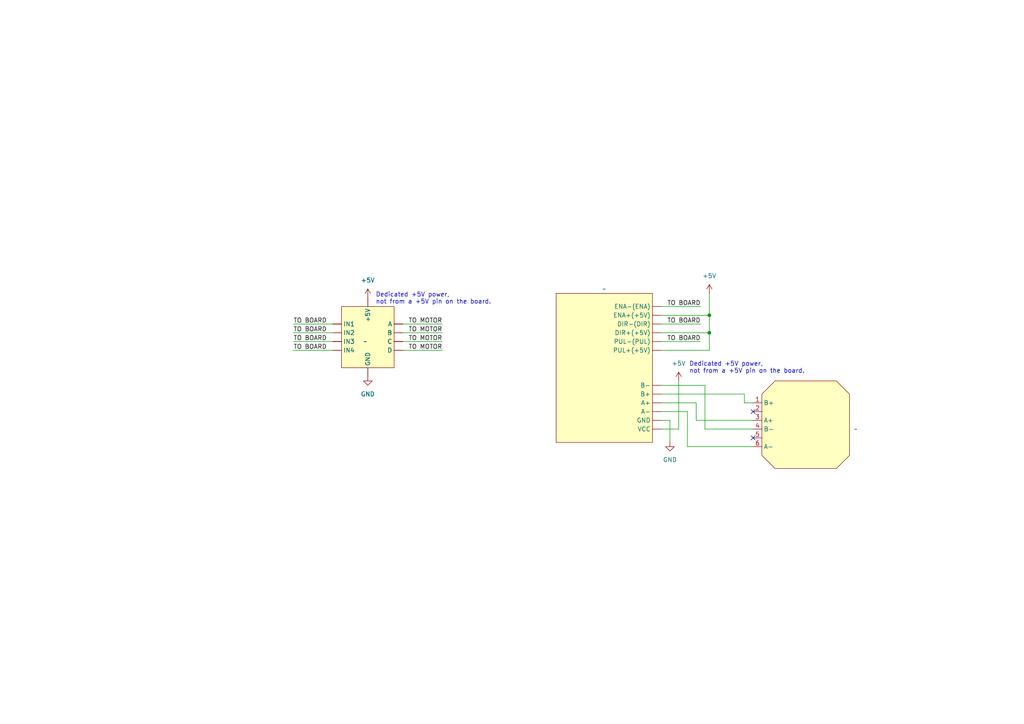
<source format=kicad_sch>
(kicad_sch (version 20231120) (generator "eeschema") (generator_version "8.0")
  (paper "A4")
  (lib_symbols
    (symbol "ULN2003_1"
      (property "Reference" "U" (at -5.842 10.668 0))
      (property "Value" "ULN2003" (at 0 0 0))
      (symbol "ULN2003_1_0_0"
        (pin power_in line (at 0 11.43 270) (length 2.54) (name "+5V") (number ""))
        (pin output line (at 10.16 3.81 180) (length 2.54) (name "A") (number ""))
        (pin output line (at 10.16 1.27 180) (length 2.54) (name "B") (number ""))
        (pin output line (at 10.16 -1.27 180) (length 2.54) (name "C") (number ""))
        (pin output line (at 10.16 -3.81 180) (length 2.54) (name "D") (number ""))
        (pin passive line (at 0 -11.43 90) (length 2.54) (name "GND") (number ""))
        (pin input line (at -10.16 3.81 0) (length 2.54) (name "IN1") (number ""))
        (pin input line (at -10.16 1.27 0) (length 2.54) (name "IN2") (number ""))
        (pin input line (at -10.16 -1.27 0) (length 2.54) (name "IN3") (number ""))
        (pin input line (at -10.16 -3.81 0) (length 2.54) (name "IN4") (number ""))
      )
      (symbol "ULN2003_1_1_1"
        (rectangle (start -7.62 8.89) (end 7.62 -8.89) (stroke (width 0.1524)) (fill (type background)))
      )
    )
    (symbol "power:+5V" (power) (pin_numbers hide) (pin_names (offset 0) hide)
      (property "Value" "+5V" (at 0 3.556 0))
      (symbol "+5V_0_1"
        (polyline (pts (xy -0.762 1.27) (xy 0 2.54)))
        (polyline (pts (xy 0 0) (xy 0 2.54)))
        (polyline (pts (xy 0 2.54) (xy 0.762 1.27)))
      )
      (symbol "+5V_1_1"
        (pin power_in line (at 0 0 90) (length 0) (name "~") (number "1"))
      )
    )
    (symbol "power:GND" (power) (pin_numbers hide) (pin_names (offset 0) hide)
      (property "Value" "GND" (at 0 -3.81 0))
      (symbol "GND_0_1"
        (polyline (pts (xy 0 0) (xy 0 -1.27) (xy 1.27 -1.27) (xy 0 -2.54) (xy -1.27 -1.27) (xy 0 -1.27)))
      )
      (symbol "GND_1_1"
        (pin power_in line (at 0 0 270) (length 0) (name "~") (number "1"))
      )
    )
    (symbol "symbols:Nema17"
      (property "Reference" "U" (at 0 14.732 0))
      (symbol "Nema17_0_0"
        (pin unspecified line (at -15.24 6.35 0) (length 2.54) (name "B+") (number "1"))
        (pin unspecified line (at -15.24 3.81 0) (length 2.54) (name "") (number "2"))
        (pin unspecified line (at -15.24 1.27 0) (length 2.54) (name "A+") (number "3"))
        (pin unspecified line (at -15.24 -1.27 0) (length 2.54) (name "B-") (number "4"))
        (pin unspecified line (at -15.24 -3.81 0) (length 2.54) (name "") (number "5"))
        (pin unspecified line (at -15.24 -6.35 0) (length 2.54) (name "A-") (number "6"))
      )
      (symbol "Nema17_1_1"
        (polyline (pts (xy -12.7 8.89) (xy -8.89 12.7) (xy 8.89 12.7) (xy 12.7 8.89) (xy 12.7 -8.89) (xy 8.89 -12.7) (xy -7.62 -12.7) (xy -8.89 -12.7) (xy -12.7 -8.89) (xy -12.7 8.89)) (stroke (width 0.1524)) (fill (type background)))
      )
    )
    (symbol "symbols:TB6600"
      (property "Reference" "U" (at 0 24.384 0))
      (symbol "TB6600_0_0"
        (pin passive line (at 16.51 -10.16 180) (length 2.54) (name "A+") (number ""))
        (pin passive line (at 16.51 -12.7 180) (length 2.54) (name "A-") (number ""))
        (pin passive line (at 16.51 -7.62 180) (length 2.54) (name "B+") (number ""))
        (pin passive line (at 16.51 -5.08 180) (length 2.54) (name "B-") (number ""))
        (pin power_in line (at 16.51 10.16 180) (length 2.54) (name "DIR+(+5V)") (number ""))
        (pin input line (at 16.51 12.7 180) (length 2.54) (name "DIR-(DIR)") (number ""))
        (pin power_in line (at 16.51 15.24 180) (length 2.54) (name "ENA+(+5V)") (number ""))
        (pin input line (at 16.51 17.78 180) (length 2.54) (name "ENA-(ENA)") (number ""))
        (pin passive line (at 16.51 -15.24 180) (length 2.54) (name "GND") (number ""))
        (pin power_in line (at 16.51 5.08 180) (length 2.54) (name "PUL+(+5V)") (number ""))
        (pin input line (at 16.51 7.62 180) (length 2.54) (name "PUL-(PUL)") (number ""))
        (pin power_in line (at 16.51 -17.78 180) (length 2.54) (name "VCC") (number ""))
      )
      (symbol "TB6600_1_1"
        (rectangle (start -13.97 21.59) (end 13.97 -21.59) (stroke (width 0.1524)) (fill (type background)))
      )
    )
    (symbol "symbols:ULN2003"
      (property "Reference" "U" (at 0 0 0))
    )
  )
  (junction (at 205.74 91.44))
  (junction (at 205.74 96.52))
  (no_connect (at 218.44 127))
  (no_connect (at 218.44 119.38))
  (wire (pts (xy 201.93 121.92) (xy 218.44 121.92)))
  (wire (pts (xy 116.84 101.6) (xy 128.27 101.6)))
  (wire (pts (xy 204.47 124.46) (xy 218.44 124.46)))
  (wire (pts (xy 191.77 91.44) (xy 205.74 91.44)))
  (wire (pts (xy 85.09 99.06) (xy 96.52 99.06)))
  (wire (pts (xy 203.2 99.06) (xy 191.77 99.06)))
  (wire (pts (xy 191.77 114.3) (xy 215.9 114.3)))
  (wire (pts (xy 215.9 114.3) (xy 215.9 116.84)))
  (wire (pts (xy 85.09 93.98) (xy 96.52 93.98)))
  (wire (pts (xy 199.39 129.54) (xy 218.44 129.54)))
  (wire (pts (xy 194.31 121.92) (xy 194.31 128.27)))
  (wire (pts (xy 191.77 111.76) (xy 204.47 111.76)))
  (wire (pts (xy 203.2 93.98) (xy 191.77 93.98)))
  (wire (pts (xy 116.84 99.06) (xy 128.27 99.06)))
  (wire (pts (xy 191.77 119.38) (xy 199.39 119.38)))
  (wire (pts (xy 205.74 96.52) (xy 205.74 91.44)))
  (wire (pts (xy 191.77 96.52) (xy 205.74 96.52)))
  (wire (pts (xy 215.9 116.84) (xy 218.44 116.84)))
  (wire (pts (xy 205.74 85.09) (xy 205.74 91.44)))
  (wire (pts (xy 196.85 110.49) (xy 196.85 124.46)))
  (wire (pts (xy 191.77 116.84) (xy 201.93 116.84)))
  (wire (pts (xy 116.84 96.52) (xy 128.27 96.52)))
  (wire (pts (xy 199.39 119.38) (xy 199.39 129.54)))
  (wire (pts (xy 191.77 124.46) (xy 196.85 124.46)))
  (wire (pts (xy 203.2 88.9) (xy 191.77 88.9)))
  (wire (pts (xy 191.77 121.92) (xy 194.31 121.92)))
  (wire (pts (xy 85.09 96.52) (xy 96.52 96.52)))
  (wire (pts (xy 191.77 101.6) (xy 205.74 101.6)))
  (wire (pts (xy 85.09 101.6) (xy 96.52 101.6)))
  (wire (pts (xy 201.93 116.84) (xy 201.93 121.92)))
  (wire (pts (xy 205.74 101.6) (xy 205.74 96.52)))
  (wire (pts (xy 116.84 93.98) (xy 128.27 93.98)))
  (wire (pts (xy 204.47 111.76) (xy 204.47 124.46)))
  (text "Dedicated +5V power,\nnot from a +5V pin on the board." (at 108.966 86.614 0) (effects (font (size 1.27 1.27)) (justify left)))
  (text "Dedicated +5V power,\nnot from a +5V pin on the board." (at 199.898 106.68 0) (effects (font (size 1.27 1.27)) (justify left)))
  (label "TO BOARD" (at 203.2 93.98 180))
  (label "TO BOARD" (at 85.09 99.06 0))
  (label "TO BOARD" (at 85.09 101.6 0))
  (label "TO MOTOR" (at 128.27 96.52 180))
  (label "TO BOARD" (at 203.2 88.9 180))
  (label "TO BOARD" (at 85.09 93.98 0))
  (label "TO MOTOR" (at 128.27 93.98 180))
  (label "TO MOTOR" (at 128.27 101.6 180))
  (label "TO BOARD" (at 203.2 99.06 180))
  (label "TO MOTOR" (at 128.27 99.06 180))
  (label "TO BOARD" (at 85.09 96.52 0))
  (symbol (lib_id "power:+5V") (at 106.68 86.36 0) (unit 1)
    (property "Reference" "#PWR01" (effects (hide yes)))
    (property "Value" "+5V" (at 106.68 81.28 0))
    (property "Description" "Power symbol creates a global label with name \"+5V\"" (effects (hide yes)))
  )
  (symbol (lib_id "power:+5V") (at 196.85 110.49 0) (unit 1)
    (property "Reference" "#PWR04" (effects (hide yes)))
    (property "Value" "+5V" (at 196.85 105.41 0))
    (property "Description" "Power symbol creates a global label with name \"+5V\"" (effects (hide yes)))
  )
  (symbol (lib_id "symbols:Nema17") (at 233.68 123.19 0) (unit 1)
    (property "Reference" "U4" (effects (hide yes)))
    (property "Value" "~" (at 247.65 124.46 0) (effects (justify left)))
  )
  (symbol (lib_name "ULN2003_1") (lib_id "symbols:ULN2003") (at 106.68 97.79 0) (unit 1)
    (property "Reference" "U2" (effects (hide yes)))
    (property "Value" "ULN2003" (effects (hide yes)))
    (property "Datasheet" "ULN2003 driver breakout board" (effects (hide yes)))
  )
  (symbol (lib_id "symbols:TB6600") (at 175.26 106.68 0) (unit 1)
    (property "Reference" "U3" (effects (hide yes)))
    (property "Value" "~" (at 175.26 83.82 0))
  )
  (symbol (lib_id "symbols:ULN2003") (at 104.14 97.79 0) (unit 1)
    (property "Reference" "U1" (effects (hide yes)))
    (property "Value" "~" (at 105.41 99.06 0) (effects (justify left)))
  )
  (symbol (lib_id "power:GND") (at 194.31 128.27 0) (unit 1)
    (property "Reference" "#PWR05" (effects (hide yes)))
    (property "Value" "GND" (at 194.31 133.35 0))
    (property "Description" "Power symbol creates a global label with name \"GND\" , ground" (effects (hide yes)))
  )
  (symbol (lib_id "power:GND") (at 106.68 109.22 0) (unit 1)
    (property "Reference" "#PWR02" (effects (hide yes)))
    (property "Value" "GND" (at 106.68 114.3 0))
    (property "Description" "Power symbol creates a global label with name \"GND\" , ground" (effects (hide yes)))
  )
  (symbol (lib_id "power:+5V") (at 205.74 85.09 0) (unit 1)
    (property "Reference" "#PWR03" (effects (hide yes)))
    (property "Value" "+5V" (at 205.74 80.01 0))
    (property "Description" "Power symbol creates a global label with name \"+5V\"" (effects (hide yes)))
  )
)
</source>
